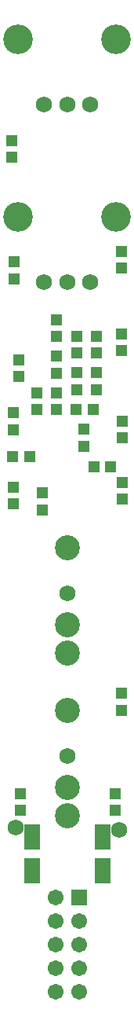
<source format=gbs>
G04 Layer_Color=16711935*
%FSLAX25Y25*%
%MOIN*%
G70*
G01*
G75*
%ADD36R,0.05131X0.05131*%
%ADD37C,0.10642*%
%ADD38C,0.06800*%
%ADD39C,0.12611*%
%ADD40R,0.06706X0.06706*%
%ADD41C,0.06706*%
%ADD42R,0.07099X0.11036*%
%ADD43R,0.05131X0.05131*%
D36*
X23000Y283957D02*
D03*
Y291043D02*
D03*
X48000Y82957D02*
D03*
Y90043D02*
D03*
X51000Y214957D02*
D03*
Y222043D02*
D03*
X4500Y220043D02*
D03*
Y212957D02*
D03*
X50500Y125457D02*
D03*
Y132543D02*
D03*
X51000Y240957D02*
D03*
Y248043D02*
D03*
X40000Y261457D02*
D03*
Y268543D02*
D03*
X31500Y268543D02*
D03*
Y261457D02*
D03*
X31500Y276957D02*
D03*
Y284043D02*
D03*
X50500Y277957D02*
D03*
Y285043D02*
D03*
X4000Y367043D02*
D03*
Y359957D02*
D03*
X50500Y320043D02*
D03*
Y312957D02*
D03*
X5000Y315543D02*
D03*
Y308457D02*
D03*
X17000Y217543D02*
D03*
Y210457D02*
D03*
X7500Y82957D02*
D03*
Y90043D02*
D03*
X4500Y244457D02*
D03*
Y251543D02*
D03*
X23000Y268457D02*
D03*
Y275543D02*
D03*
Y252957D02*
D03*
Y260043D02*
D03*
X34500Y237457D02*
D03*
Y244543D02*
D03*
X40000Y284043D02*
D03*
Y276957D02*
D03*
X14500Y260043D02*
D03*
Y252957D02*
D03*
X7000Y274043D02*
D03*
Y266957D02*
D03*
D37*
X27500Y149488D02*
D03*
Y161693D02*
D03*
Y194370D02*
D03*
Y80488D02*
D03*
Y92693D02*
D03*
Y125370D02*
D03*
D38*
Y175000D02*
D03*
X37343Y306941D02*
D03*
X17658D02*
D03*
X27500D02*
D03*
X37343Y382441D02*
D03*
X17658D02*
D03*
X27500D02*
D03*
Y106000D02*
D03*
X49500Y74500D02*
D03*
X5500Y75500D02*
D03*
D39*
X6634Y334500D02*
D03*
X48366D02*
D03*
X6634Y410000D02*
D03*
X48366D02*
D03*
D40*
X32500Y46000D02*
D03*
D41*
X22500D02*
D03*
X32500Y36000D02*
D03*
X22500D02*
D03*
X32500Y26000D02*
D03*
X22500D02*
D03*
X32500Y16000D02*
D03*
X22500D02*
D03*
X32500Y6000D02*
D03*
X22500D02*
D03*
D42*
X12500Y71500D02*
D03*
Y57327D02*
D03*
X42500Y57413D02*
D03*
Y71587D02*
D03*
D43*
X11543Y233000D02*
D03*
X4457D02*
D03*
X38543Y253000D02*
D03*
X31457D02*
D03*
X38957Y228500D02*
D03*
X46043D02*
D03*
M02*

</source>
